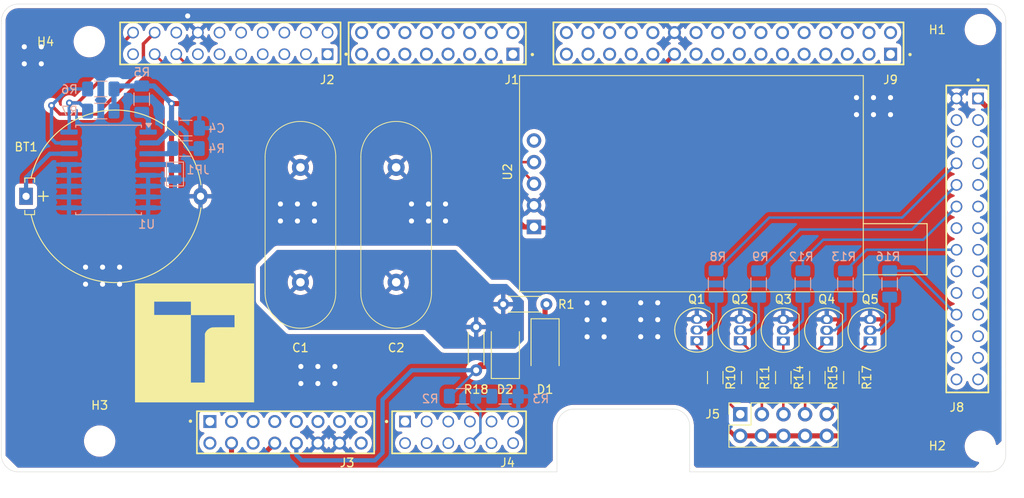
<source format=kicad_pcb>
(kicad_pcb (version 20240108) (generator "pcbnew") (generator_version "8.0")
  (layers (0 "F.Cu" signal) (31 "B.Cu" signal) (34 "B.Paste" user) (35 "F.Paste" user) (36 "B.SilkS" user "B.Silkscreen") (37 "F.SilkS" user "F.Silkscreen") (38 "B.Mask" user) (39 "F.Mask" user) (44 "Edge.Cuts" user))
  (net 0 "")
  (net 1 "GND")
  (net 2 "Net-(D2-A)")
  (net 3 "RESET_B")
  (net 4 "ADC0-A0")
  (net 5 "ADC0-A3")
  (net 6 "P0-23{slash}P1-22")
  (net 7 "P4-12{slash}P0-21")
  (net 8 "ADC0-B0")
  (net 9 "P4-20{slash}P0-5")
  (net 10 "P0-15{slash}P2-0")
  (net 11 "OP-1-INN{slash}P0-4")
  (net 12 "P4-16{slash}P0-18")
  (net 13 "P0-22")
  (net 14 "OP-2-INN{slash}P1_10")
  (net 15 "OP-0-I{slash}P0-20")
  (net 16 "P0-14")
  (net 17 "P4-14{slash}D6")
  (net 18 "P4-21{slash}D13")
  (net 19 "P4-23{slash}D15")
  (net 20 "P4-22{slash}D14")
  (net 21 "P4-5{slash}BLK")
  (net 22 "P4-12{slash}D4")
  (net 23 "P4-20{slash}D12")
  (net 24 "P4-13{slash}D5")
  (net 25 "P4-15{slash}D7")
  (net 26 "P4-19{slash}D11")
  (net 27 "P4-7{slash}RST")
  (net 28 "P2-10{slash}D2")
  (net 29 "P4-18{slash}D10")
  (net 30 "P2-9{slash}D1")
  (net 31 "P2-8{slash}D0")
  (net 32 "P4-17{slash}D9")
  (net 33 "P4-6{slash}INT")
  (net 34 "P4-0{slash}FC2-SDA")
  (net 35 "P2-11{slash}D3")
  (net 36 "P4-1{slash}FC2-SCL")
  (net 37 "P0-9{slash}WR")
  (net 38 "P4-16{slash}D8")
  (net 39 "P0-12{slash}CS")
  (net 40 "P0-8{slash}RD")
  (net 41 "P0-7{slash}DC")
  (net 42 "P0-13{slash}TE")
  (net 43 "ADC1-B0")
  (net 44 "P3-16")
  (net 45 "P5-4")
  (net 46 "VDDA")
  (net 47 "P3-19")
  (net 48 "P3-20")
  (net 49 "P4-13")
  (net 50 "P3-21")
  (net 51 "P3-18")
  (net 52 "P4-3")
  (net 53 "P3-17")
  (net 54 "P0-28")
  (net 55 "P1-2")
  (net 56 "P4-2")
  (net 57 "P1-21")
  (net 58 "P0-30")
  (net 59 "P1-23")
  (net 60 "P0-24")
  (net 61 "P4-0")
  (net 62 "P0-29")
  (net 63 "P0-10")
  (net 64 "P0-27")
  (net 65 "P0-19")
  (net 66 "P0-25")
  (net 67 "P0-26")
  (net 68 "P1-1")
  (net 69 "P4-1")
  (net 70 "P1_12")
  (net 71 "P0-3")
  (net 72 "P1-0")
  (net 73 "P5-3")
  (net 74 "P0-31")
  (net 75 "P1_11{slash}EZH_LCD_D7_CAMERA_D7")
  (net 76 "P3_3{slash}FC7_I2C_SCL")
  (net 77 "P0_5{slash}EZH_CAMERA_PCLK")
  (net 78 "P1_17{slash}EZH_LCD_D13")
  (net 79 "P1_4{slash}EZH_LCD_D0_CAMERA_D0")
  (net 80 "P2_0{slash}EZH_LCD_WR")
  (net 81 "P4_4{slash}EZH_LCD_CS")
  (net 82 "P1_7{slash}EZH_LCD_D3_CAMERA_D3")
  (net 83 "P1_6{slash}EZH_LCD_D2_CAMERA_D2")
  (net 84 "P5_8")
  (net 85 "P2_2{slash}CAMERA_CLKIN")
  (net 86 "P1_5{slash}EZH_LCD_D1_CAMERA_D1")
  (net 87 "P1_22{slash}EZH_LCD_DC")
  (net 88 "P1_15{slash}EZH_LCD_D11")
  (net 89 "P1_8{slash}FC4_P0_UART_RXD_MCULINK")
  (net 90 "P1_16{slash}EZH_LCD_D12")
  (net 91 "P1_23{slash}EZH_LCD_RD")
  (net 92 "P1_12{slash}EZH_LCD_D8")
  (net 93 "P1_14{slash}EZH_LCD_D10")
  (net 94 "P3_5{slash}EZH_LCD_D5_CAMERA_D5")
  (net 95 "P1_13{slash}EZH_LCD_D9")
  (net 96 "P5_9")
  (net 97 "P1_18{slash}EZH_LCD_D14_CAMERA_PDOWN")
  (net 98 "P1_9{slash}FC4_P1_UART_TXD_MCULINK")
  (net 99 "P3_4{slash}EZH_LCD_D4_CAMERA_D4")
  (net 100 "P1_10{slash}EZH_LCD_D6_CAMERA_D6")
  (net 101 "P0_4{slash}EZH_CAMERA_VSYNC")
  (net 102 "P0_11{slash}EZH_CAMERA_HSYNC")
  (net 103 "P1_19{slash}EZH_LCD_D15_CAMERA_RST")
  (net 104 "P3_2{slash}FC7_I2C_SDA")
  (net 105 "Net-(D1-K)")
  (net 106 "Net-(JP1-B)")
  (net 107 "Net-(U1-~{INT}{slash}SQW)")
  (net 108 "Net-(U1-32KHZ)")
  (net 110 "/control_diods/LED_Q1")
  (net 111 "/control_diods/LED_Q4")
  (net 112 "/control_diods/LED_Q2")
  (net 113 "/control_diods/LED_Q3")
  (net 114 "/control_diods/LED_Q5")
  (net 115 "Net-(Q1-B)")
  (net 116 "Net-(Q1-C)")
  (net 117 "Net-(Q2-B)")
  (net 118 "Net-(Q2-C)")
  (net 119 "Net-(Q3-B)")
  (net 120 "Net-(Q3-C)")
  (net 121 "Net-(Q4-C)")
  (net 122 "Net-(Q4-B)")
  (net 123 "Net-(Q5-B)")
  (net 124 "Net-(Q5-C)")
  (net 125 "+BATT")
  (net 126 "+3V3")
  (net 127 "+5V")
  (net 128 "P5-2")
  (net 129 "P2-6")
  (net 130 "5V-9V-IN")
  (net 131 "/GPS_module_external/GPS_PPS")
  (net 132 "P2-0")
  (net 133 "P1-22")
  (net 134 "P2-7")
  (net 135 "P2-4")
  (net 136 "P2-5")
  (net 137 "P2-2")
  (net 138 "P2-3")
  (footprint "SSQ-xxx-03-T-D:SAMTEC_SSQ-108-XX-X-D" (layer "F.Cu") (at 132.330542 68.928172)
    (property "Reference" "J1")
    (property "Value" "SSQ-108-03-T-D")
  )
  (footprint "Resistor_SMD:R_1206_3216Metric_Pad1.30x1.75mm_HandSolder" (layer "F.Cu") (at 169 108.2 -90)
    (property "Reference" "R11")
    (property "Value" "1k")
  )
  (footprint "SSQ-xxx-03-T-D:SAMTEC_SSQ-114-03-T-D" (layer "F.Cu") (at 194.623542 91.909172 90)
    (property "Reference" "J8")
    (property "Value" "SSQ-114-03-T-D")
  )
  (footprint "Resistor_THT:R_Axial_DIN0204_L3.6mm_D1.6mm_P5.08mm_Horizontal" (layer "F.Cu") (at 145.15616 99.5789 180)
    (property "Reference" "R1")
    (property "Value" "10R")
  )
  (footprint "Resistor_SMD:R_1206_3216Metric_Pad1.30x1.75mm_HandSolder" (layer "F.Cu") (at 165 108.2 -90)
    (property "Reference" "R10")
    (property "Value" "1k")
  )
  (footprint "SSQ-xxx-03-T-D:SAMTEC_SSQ-106-03-T-D" (layer "F.Cu") (at 134.895542 114.635172 180)
    (property "Reference" "J4")
    (property "Value" "SSQ-106-03-T-D")
  )
  (footprint "MountingHole:MountingHole_3.2mm_M3" (layer "F.Cu") (at 92.655542 115.663872)
    (property "Reference" "H3")
    (property "Value" "MountingHole")
  )
  (footprint "SuperCapacitors:C_Radial_D8mm_W24mm_L14mm_P13.5mm" (layer "F.Cu") (at 116.25 93.75 90)
    (property "Reference" "C1")
    (property "Value" "0.33F")
  )
  (footprint "Package_TO_SOT_THT:TO-92_Inline" (layer "F.Cu") (at 173 103.9 90)
    (property "Reference" "Q3")
    (property "Value" "BC546")
  )
  (footprint "Resistor_SMD:R_1206_3216Metric_Pad1.30x1.75mm_HandSolder" (layer "F.Cu") (at 181 108.2 -90)
    (property "Reference" "R17")
    (property "Value" "1k")
  )
  (footprint "Diode_SMD:D_SMA" (layer "F.Cu") (at 140.331 104.8 90)
    (property "Reference" "D2")
    (property "Value" "RSX301L")
  )
  (footprint "Package_TO_SOT_THT:TO-92_Inline" (layer "F.Cu") (at 178.1 103.91 90)
    (property "Reference" "Q4")
    (property "Value" "BC546")
  )
  (footprint "MountingHole:MountingHole_3.2mm_M3" (layer "F.Cu") (at 196.153963 116.273472)
    (property "Reference" "H2")
    (property "Value" "MountingHole")
  )
  (footprint "Package_TO_SOT_THT:TO-92_Inline" (layer "F.Cu") (at 162.84 103.88 90)
    (property "Reference" "Q1")
    (property "Value" "BC546")
  )
  (footprint "SSQ-xxx-03-T-D:SAMTEC_SSQ-108-XX-X-D" (layer "F.Cu") (at 114.499542 114.635172 180)
    (property "Reference" "J3")
    (property "Value" "SSQ-108-03-T-D")
  )
  (footprint "Resistor_SMD:R_1206_3216Metric_Pad1.30x1.75mm_HandSolder" (layer "F.Cu") (at 173 108.2 -90)
    (property "Reference" "R14")
    (property "Value" "1k")
  )
  (footprint "Package_TO_SOT_THT:TO-92_Inline" (layer "F.Cu") (at 183.2 103.9 90)
    (property "Reference" "Q5")
    (property "Value" "BC546")
  )
  (footprint "Diode_SMD:D_SMA" (layer "F.Cu") (at 145 104.8 -90)
    (property "Reference" "D1")
    (property "Value" "RSX301L")
  )
  (footprint "Package_TO_SOT_THT:TO-92_Inline" (layer "F.Cu") (at 167.94 103.88 90)
    (property "Reference" "Q2")
    (property "Value" "BC546")
  )
  (footprint "SSQ-xxx-03-T-D:SAMTEC_SSQ-116-XX-X-D" (layer "F.Cu") (at 166.556532 68.928172)
    (property "Reference" "J9")
    (property "Value" "SSQ-116-03-T-D")
  )
  (footprint "LOGO" (layer "F.Cu") (at 103.795842 104.125872)
    (property "Reference" "G***" (hide yes))
    (property "Value" "LOGO" (hide yes))
  )
  (footprint "MountingHole:MountingHole_3.2mm_M3" (layer "F.Cu") (at 91.436342 68.724672)
    (property "Reference" "H4")
    (property "Value" "MountingHole")
  )
  (footprint "Resistor_THT:R_Axial_DIN0204_L3.6mm_D1.6mm_P5.08mm_Horizontal" (layer "F.Cu") (at 136.9 107.34 90)
    (property "Reference" "R18")
    (property "Value" "10R")
  )
  (footprint "Neo7M_Module_Lib:Neo-7M-Module" (layer "F.Cu") (at 143.7 90.5 90)
    (property "Reference" "U2")
    (property "Value" "NEO-7M-MODULE")
  )
  (footprint "Connector_PinSocket_2.54mm:PinSocket_2x05_P2.54mm_Vertical" (layer "F.Cu") (at 167.94 112.51 90)
    (property "Reference" "J5")
    (property "Value" "Conn_02x05_Odd_Even")
  )
  (footprint "MountingHole:MountingHole_3.2mm_M3" (layer "F.Cu") (at 196.153963 67.302272)
    (property "Reference" "H1")
    (property "Value" "MountingHole")
  )
  (footprint "Battery:Battery_Panasonic_CR2032-HFN_Horizontal_CircularHoles" (layer "F.Cu") (at 84.005 86.899878)
    (property "Reference" "BT1")
    (property "Value" "RTC_Battery")
  )
  (footprint "SuperCapacitors:C_Radial_D8mm_W24mm_L14mm_P13.5mm" (layer "F.Cu") (at 127.5 93.75 90)
    (property "Reference" "C2")
    (property "Value" "0.33F")
  )
  (footprint "Resistor_SMD:R_1206_3216Metric_Pad1.30x1.75mm_HandSolder" (layer "F.Cu") (at 177 108.2 -90)
    (property "Reference" "R15")
    (property "Value" "1k")
  )
  (footprint "SSQ-xxx-03-T-D:SAMTEC_SSQ-110-03-T-D" (layer "F.Cu") (at 108.009542 68.928172)
    (property "Reference" "J2")
    (property "Value" "SSQ-110-03-T-D")
  )
  (footprint "Resistor_SMD:R_1206_3216Metric_Pad1.30x1.75mm_HandSolder" (layer "B.Cu") (at 102.8 81.281607 180)
    (property "Reference" "R4")
    (property "Value" "1k")
  )
  (footprint "Resistor_SMD:R_1206_3216Metric_Pad1.30x1.75mm_HandSolder" (layer "B.Cu") (at 97.6 75.481607 -90)
    (property "Reference" "R5")
    (property "Value" "1k")
  )
  (footprint "Resistor_SMD:R_1206_3216Metric_Pad1.30x1.75mm_HandSolder" (layer "B.Cu") (at 165.1 97.2 -90)
    (property "Reference" "R8")
    (property "Value" "1k")
  )
  (footprint "Package_SO:SOIC-16W_7.5x10.3mm_P1.27mm" (layer "B.Cu") (at 93.7 83.8 180)
    (property "Reference" "U1")
    (property "Value" "DS3231M")
  )
  (footprint "Resistor_SMD:R_1206_3216Metric_Pad1.30x1.75mm_HandSolder" (layer "B.Cu") (at 180.3 97.2 -90)
    (property "Reference" "R13")
    (property "Value" "1k")
  )
  (footprint "Resistor_SMD:R_1206_3216Metric_Pad1.30x1.75mm_HandSolder" (layer "B.Cu") (at 135.3 110.4)
    (property "Reference" "R2")
    (property "Value" "18k")
  )
  (footprint "Jumper:SolderJumper-2_P1.3mm_Open_Pad1.0x1.5mm" (layer "B.Cu") (at 101.5 84.281607 90)
    (property "Reference" "JP1")
    (property "Value" "SolderJumper_2_Open")
  )
  (footprint "Resistor_SMD:R_1206_3216Metric_Pad1.30x1.75mm_HandSolder" (layer "B.Cu") (at 175.3 97.2 -90)
    (property "Reference" "R12")
    (property "Value" "1k")
  )
  (footprint "Resistor_SMD:R_1206_3216Metric_Pad1.30x1.75mm_HandSolder" (layer "B.Cu") (at 170.1 97.2 -90)
    (property "Reference" "R9")
    (property "Value" "1k")
  )
  (footprint "Resistor_SMD:R_1206_3216Metric_Pad1.30x1.75mm_HandSolder" (layer "B.Cu") (at 140.3 110.4 180)
    (property "Reference" "R3")
    (property "Value" "33k")
  )
  (footprint "Resistor_SMD:R_1206_3216Metric_Pad1.30x1.75mm_HandSolder" (layer "B.Cu") (at 185.5 97.2 -90)
    (property "Reference" "R16")
    (property "Value" "1k")
  )
  (footprint "Resistor_SMD:R_1206_3216Metric_Pad1.30x1.75mm_HandSolder" (layer "B.Cu") (at 92.79 74.281607 180)
    (property "Reference" "R6")
    (property "Value" "1k")
  )
  (footprint "Capacitor_SMD:C_1206_3216Metric_Pad1.33x1.80mm_HandSolder" (layer "B.Cu") (at 102.8 78.881607)
    (property "Reference" "C4")
    (property "Value" "100n")
  )
  (footprint "Resistor_SMD:R_1206_3216Metric_Pad1.30x1.75mm_HandSolder" (layer "B.Cu") (at 92.79 76.881607 180)
    (property "Reference" "R7")
    (property "Value" "1k")
  )
  (gr_arc (start 159.999999 111.900001) (mid 161.414213 112.485787) (end 161.999999 113.900001) (stroke (width 0.05)) (layer "Edge.Cuts"))
  (gr_line (start 146.400001 113.900001) (end 146.4 119.285873) (stroke (width 0.05)) (layer "Edge.Cuts"))
  (gr_line (start 197.155842 64.3) (end 83.1 64.3) (stroke (width 0.05)) (layer "Edge.Cuts"))
  (gr_arc (start 146.400001 113.900001) (mid 146.985787 112.485787) (end 148.400001 111.900001) (stroke (width 0.05)) (layer "Edge.Cuts"))
  (gr_line (start 199.145842 117.285872) (end 199.155842 66.3) (stroke (width 0.05)) (layer "Edge.Cuts"))
  (gr_line (start 162 119.285872) (end 197.145842 119.285872) (stroke (width 0.05)) (layer "Edge.Cuts"))
  (gr_arc (start 83.100001 119.285872) (mid 81.685787 118.700086) (end 81.100001 117.285872) (stroke (width 0.05)) (layer "Edge.Cuts"))
  (gr_line (start 148.400001 111.900001) (end 159.999999 111.900001) (stroke (width 0.05)) (layer "Edge.Cuts"))
  (gr_arc (start 199.145842 117.285872) (mid 198.560056 118.700086) (end 197.145842 119.285872) (stroke (width 0.05)) (layer "Edge.Cuts"))
  (gr_arc (start 197.155842 64.3) (mid 198.570056 64.885786) (end 199.155842 66.3) (stroke (width 0.05)) (layer "Edge.Cuts"))
  (gr_line (start 161.999999 113.900001) (end 162 119.285872) (stroke (width 0.05)) (layer "Edge.Cuts"))
  (gr_line (start 81.1 66.3) (end 81.100001 117.285872) (stroke (width 0.05)) (layer "Edge.Cuts"))
  (gr_arc (start 81.1 66.3) (mid 81.685786 64.885786) (end 83.1 64.3) (stroke (width 0.05)) (layer "Edge.Cuts"))
  (gr_line (start 146.4 119.285873) (end 83.100001 119.285872) (stroke (width 0.05)) (layer "Edge.Cuts"))
  (via (at 83.795842 71.325872) (size 1) (drill 0.6) (layers "F.Cu" "B.Cu") (net 1))
  (via (at 92.995842 95.225872) (size 1) (drill 0.6) (layers "F.Cu" "B.Cu") (net 1))
  (via (at 158.24 101.4) (size 1) (drill 0.6) (layers "F.Cu" "B.Cu") (net 1))
  (via (at 129.3 87.8) (size 1) (drill 0.6) (layers "F.Cu" "B.Cu") (net 1))
  (via (at 185.6 77.3) (size 1) (drill 0.6) (layers "F.Cu" "B.Cu") (net 1))
  (via (at 131.3 87.8) (size 1) (drill 0.6) (layers "F.Cu" "B.Cu") (net 1))
  (via (at 115.9 87.8) (size 1) (drill 0.6) (layers "F.Cu" "B.Cu") (net 1))
  (via (at 183.6 77.3) (size 1) (drill 0.6) (layers "F.Cu" "B.Cu") (net 1))
  (via (at 116.3 106.9) (size 1) (drill 0.6) (layers "F.Cu" "B.Cu") (net 1))
  (via (at 85.795842 69.325872) (size 1) (drill 0.6) (layers "F.Cu" "B.Cu") (net 1))
  (via (at 151.94 99.42) (size 1) (drill 0.6) (layers "F.Cu" "B.Cu") (net 1))
  (via (at 113.9 87.8) (size 1) (drill 0.6) (layers "F.Cu" "B.Cu") (net 1))
  (via (at 90.995842 97.225872) (size 1) (drill 0.6) (layers "F.Cu" "B.Cu") (net 1))
  (via (at 117.9 87.8) (size 1) (drill 0.6) (layers "F.Cu" "B.Cu") (net 1))
  (via (at 118.3 108.9) (size 1) (drill 0.6) (layers "F.Cu" "B.Cu") (net 1))
  (via (at 181.6 75.3) (size 1) (drill 0.6) (layers "F.Cu" "B.Cu") (net 1))
  (via (at 117.9 89.8) (size 1) (drill 0.6) (layers "F.Cu" "B.Cu") (net 1))
  (via (at 90.995842 95.225872) (size 1) (drill 0.6) (layers "F.Cu" "B.Cu") (net 1))
  (via (at 149.94 101.41) (size 1) (drill 0.6) (layers "F.Cu" "B.Cu") (net 1))
  (via (at 183.6 75.3) (size 1) (drill 0.6) (layers "F.Cu" "B.Cu") (net 1))
  (via (at 185.6 75.3) (size 1) (drill 0.6) (layers "F.Cu" "B.Cu") (net 1))
  (via (at 151.94 101.41) (size 1) (drill 0.6) (layers "F.Cu" "B.Cu") (net 1))
  (via (at 149.94 103.41) (size 1) (drill 0.6) (layers "F.Cu" "B.Cu") (net 1))
  (via (at 94.995842 95.225872) (size 1) (drill 0.6) (layers "F.Cu" "B.Cu") (net 1))
  (via (at 156.24 101.4) (size 1) (drill 0.6) (layers "F.Cu" "B.Cu") (net 1))
  (via (at 181.6 77.3) (size 1) (drill 0.6) (layers "F.Cu" "B.Cu") (net 1))
  (via (at 83.795842 69.325872) (size 1) (drill 0.6) (layers "F.Cu" "B.Cu") (net 1))
  (via (at 116.3 108.9) (size 1) (drill 0.6) (layers "F.Cu" "B.Cu") (net 1))
  (via (at 156.24 99.41) (size 1) (drill 0.6) (layers "F.Cu" "B.Cu") (net 1))
  (via (at 158.24 103.4) (size 1) (drill 0.6) (layers "F.Cu" "B.Cu") (net 1))
  (via (at 118.3 106.9) (size 1) (drill 0.6) (layers "F.Cu" "B.Cu") (net 1))
  (via (at 149.94 99.42) (size 1) (drill 0.6) (layers "F.Cu" "B.Cu") (net 1))
  (via (at 151.94 103.41) (size 1) (drill 0.6) (layers "F.Cu" "B.Cu") (net 1))
  (via (at 120.3 108.9) (size 1) (drill 0.6) (layers "F.Cu" "B.Cu") (net 1))
  (via (at 103 65.7) (size 1) (drill 0.6) (layers "F.Cu" "B.Cu") (net 1))
  (via (at 113.9 89.8) (size 1) (drill 0.6) (layers "F.Cu" "B.Cu") (net 1))
  (via (at 158.24 99.41) (size 1) (drill 0.6) (layers "F.Cu" "B.Cu") (net 1))
  (via (at 131.3 89.8) (size 1) (drill 0.6) (layers "F.Cu" "B.Cu") (net 1))
  (via (at 133.3 87.8) (size 1) (drill 0.6) (layers "F.Cu" "B.Cu") (net 1))
  (via (at 120.3 106.9) (size 1) (drill 0.6) (layers "F.Cu" "B.Cu") (net 1))
  (via (at 129.3 89.8) (size 1) (drill 0.6) (layers "F.Cu" "B.Cu") (net 1))
  (via (at 92.995842 97.225872) (size 1) (drill 0.6) (layers "F.Cu" "B.Cu") (net 1))
  (via (at 94.995842 97.225872) (size 1) (drill 0.6) (layers "F.Cu" "B.Cu") (net 1))
  (via (at 85.795842 71.325872) (size 1) (drill 0.6) (layers "F.Cu" "B.Cu") (net 1))
  (via (at 133.3 89.8) (size 1) (drill 0.6) (layers "F.Cu" "B.Cu") (net 1))
  (via (at 156.24 103.4) (size 1) (drill 0.6) (layers "F.Cu" "B.Cu") (net 1))
  (via (at 115.9 89.8) (size 1) (drill 0.6) (layers "F.Cu" "B.Cu") (net 1))
  (segment (start 136.165542 115.905172) (end 137.4 114.670714) (width 0.3) (layer "B.Cu") (net 13))
  (segment (start 136.85 111.45) (end 136.85 110.4) (width 0.3) (layer "B.Cu") (net 13))
  (segment (start 137.4 114.670714) (end 137.4 112) (width 0.3) (layer "B.Cu") (net 13))
  (segment (start 136.85 110.4) (end 138.75 110.4) (width 0.3) (layer "B.Cu") (net 13))
  (segment (start 137.4 112) (end 136.85 111.45) (width 0.3) (layer "B.Cu") (net 13))
  (segment (start 188.20437 95.65) (end 193.353542 100.799172) (width 0.3) (layer "B.Cu") (net 32))
  (segment (start 185.5 95.65) (end 188.20437 95.65) (width 0.3) (layer "B.Cu") (net 32))
  (segment (start 182.770828 93.179172) (end 193.353542 93.179172) (width 0.3) (layer "B.Cu") (net 35))
  (segment (start 180.3 95.65) (end 182.770828 93.179172) (width 0.3) (layer "B.Cu") (net 35))
  (segment (start 170.1 95.65) (end 174.95 90.8) (width 0.3) (layer "B.Cu") (net 37))
  (segment (start 188.112714 90.8) (end 193.353542 85.559172) (width 0.3) (layer "B.Cu") (net 37))
  (segment (start 174.95 90.8) (end 188.112714 90.8) (width 0.3) (layer "B.Cu") (net 37))
  (segment (start 165.1 95.65) (end 171.35 89.4) (width 0.3) (layer "B.Cu") (net 41))
  (segment (start 171.35 89.4) (end 186.972714 89.4) (width 0.3) (layer "B.Cu") (net 41))
  (segment (start 186.972714 89.4) (end 193.353542 83.019172) (width 0.3) (layer "B.Cu") (net 41))
  (segment (start 175.3 94.4) (end 177.7 92) (width 0.3) (layer "B.Cu") (net 42))
  (segment (start 175.3 95.65) (end 175.3 94.4) (width 0.3) (layer "B.Cu") (net 42))
  (segment (start 189.452714 92) (end 193.353542 88.099172) (width 0.3) (layer "B.Cu") (net 42))
  (segment (start 177.7 92) (end 189.452714 92) (width 0.3) (layer "B.Cu") (net 42))
  (segment (start 87.995842 77.225872) (end 92.295842 77.225872) (width 0.4) (layer "F.Cu") (net 61))
  (segment (start 86.995842 76.225872) (end 87.995842 77.225872) (width 0.4) (layer "F.Cu") (net 61))
  (segment (start 97.795842 68.981872) (end 99.119542 67.658172) (width 0.4) (layer "F.Cu") (net 61))
  (segment (start 92.295842 77.225872) (end 97.795842 71.725872) (width 0.4) (layer "F.Cu") (net 61))
  (segment (start 97.795842 71.725872) (end 97.795842 68.981872) (width 0.4) (layer "F.Cu") (net 61))
  (via (at 86.995842 76.225872) (size 0.8) (drill 0.4) (layers "F.Cu" "B.Cu") (net 61))
  (segment (start 87 80.120759) (end 87.504241 80.625) (width 0.4) (layer "B.Cu") (net 61))
  (segment (start 86.995842 76.225872) (end 86.995842 78.577449) (width 0.4) (layer "B.Cu") (net 61))
  (segment (start 87 78.581607) (end 87 80.120759) (width 0.4) (layer "B.Cu") (net 61))
  (segment (start 86.995842 78.577449) (end 87 78.581607) (width 0.4) (layer "B.Cu") (net 61))
  (segment (start 87.504241 80.625) (end 89.08 80.625) (width 0.4) (layer "B.Cu") (net 61))
  (segment (start 88.940107 74.281607) (end 91.24 74.281607) (width 0.4) (layer "B.Cu") (net 61))
  (segment (start 86.995842 76.225872) (end 88.940107 74.281607) (width 0.4) (layer "B.Cu") (net 61))
  (segment (start 141.54 77.04) (end 136.9 72.4) (width 0.3) (layer "F.Cu") (net 68))
  (segment (start 103.86137 72.4) (end 101.659542 70.198172) (width 0.3) (layer "F.Cu") (net 68))
  (segment (start 143.7 82.88) (end 142.18 82.88) (width 0.3) (layer "F.Cu") (net 68))
  (segment (start 136.9 72.4) (end 103.86137 72.4) (width 0.3) (layer "F.Cu") (net 68))
  (segment (start 142.18 82.88) (end 141.54 82.24) (width 0.3) (layer "F.Cu") (net 68))
  (segment (start 141.54 82.24) (end 141.54 77.04) (width 0.3) (layer "F.Cu") (net 68))
  (segment (start 90.055735 75.925872) (end 95.195842 70.785765) (width 0.4) (layer "F.Cu") (net 69))
  (segment (start 89.095842 75.925872) (end 90.055735 75.925872) (width 0.4) (layer "F.Cu") (net 69))
  (segment (start 95.195842 70.785765) (end 95.195842 69.041872) (width 0.4) (layer "F.Cu") (net 69))
  (segment (start 95.195842 69.041872) (end 96.579542 67.658172) (width 0.4) (layer "F.Cu") (net 69))
  (via (at 89.095842 75.925872) (size 0.8) (drill 0.4) (layers "F.Cu" "B.Cu") (net 69))
  (segment (start 89.08 75.941714) (end 89.08 79.355) (width 0.4) (layer "B.Cu") (net 69))
  (segment (start 89.095842 75.925872) (end 90.284265 75.925872) (width 0.4) (layer "B.Cu") (net 69))
  (segment (start 89.095842 75.925872) (end 89.08 75.941714) (width 0.4) (layer "B.Cu") (net 69))
  (segment (start 90.284265 75.925872) (end 91.24 76.881607) (width 0.4) (layer "B.Cu") (net 69))
  (segment (start 101.92137 73) (end 136.6 73) (width 0.3) (layer "F.Cu") (net 72))
  (segment (start 143.7 85.3) (end 143.7 85.42) (width 0.3) (layer "F.Cu") (net 72))
  (segment (start 140.94 82.54) (end 143.7 85.3) (width 0.3) (layer "F.Cu") (net 72))
  (segment (start 136.6 73) (end 140.94 77.34) (width 0.3) (layer "F.Cu") (net 72))
  (segment (start 99.119542 70.198172) (end 101.92137 73) (width 0.3) (layer "F.Cu") (net 72))
  (segment (start 140.94 77.34) (end 140.94 82.54) (width 0.3) (layer "F.Cu") (net 72))
  (segment (start 145 102.8) (end 145 99.73506) (width 0.6) (layer "F.Cu") (net 105))
  (segment (start 145 99.73506) (end 145.15616 99.5789) (width 0.6) (layer "F.Cu") (net 105))
  (segment (start 145 99.73506) (end 145.15616 99.5789) (width 0.5) (layer "B.Cu") (net 105))
  (segment (start 101.033393 83.165) (end 101.5 83.631607) (width 0.6) (layer "B.Cu") (net 106))
  (segment (start 98.38 83.165) (end 101.033393 83.165) (width 0.6) (layer "B.Cu") (net 106))
  (segment (start 98.38 81.895) (end 100.636607 81.895) (width 0.6) (layer "B.Cu") (net 107))
  (segment (start 100.636607 81.895) (end 101.25 81.281607) (width 0.6) (layer "B.Cu") (net 107))
  (segment (start 98.38 77.811607) (end 98.38 79.355) (width 0.6) (layer "B.Cu") (net 108))
  (segment (start 97.6 77.031607) (end 98.38 77.811607) (width 0.6) (layer "B.Cu") (net 108))
  (segment (start 165.18 109.75) (end 167.94 112.51) (width 0.3) (layer "F.Cu") (net 110))
  (segment (start 165 109.75) (end 165.18 109.75) (width 0.3) (layer "F.Cu") (net 110))
  (segment (start 177 109.75) (end 175.56 111.19) (width 0.3) (layer "F.Cu") (net 111))
  (segment (start 175.56 111.19) (end 175.56 112.51) (width 0.3) (layer "F.Cu") (net 111))
  (segment (start 169 109.75) (end 170.48 111.23) (width 0.3) (layer "F.Cu") (net 112))
  (segment (start 170.48 111.23) (end 170.48 112.51) (width 0.3) (layer "F.Cu") (net 112))
  (segment (start 173 112.49) (end 173.02 112.51) (width 0.3) (layer "F.Cu") (net 113))
  (segment (start 173 109.75) (end 173 112.49) (width 0.3) (layer "F.Cu") (net 113))
  (segment (start 181 109.75) (end 180.86 109.75) (width 0.3) (layer "F.Cu") (net 114))
  (segment (start 180.86 109.75) (end 178.1 112.51) (width 0.3) (layer "F.Cu") (net 114))
  (segment (start 162.84 102.61) (end 164.09 102.61) (width 0.3) (layer "B.Cu") (net 115))
  (segment (start 165.1 101.6) (end 165.1 98.75) (width 0.3) (layer "B.Cu") (net 115))
  (segment (start 164.09 102.61) (end 165.1 101.6) (width 0.3) (layer "B.Cu") (net 115))
  (segment (start 165 106.65) (end 162.84 104.49) (width 0.3) (layer "F.Cu") (net 116))
  (segment (start 162.84 104.49) (end 162.84 103.88) (width 0.3) (layer "F.Cu") (net 116))
  (segment (start 167.94 102.61) (end 169.09 102.61) (width 0.3) (layer "B.Cu") (net 117))
  (segment (start 170.1 101.6) (end 170.1 98.75) (width 0.3) (layer "B.Cu") (net 117))
  (segment (start 169.09 102.61) (end 170.1 101.6) (width 0.3) (layer "B.Cu") (net 117))
  (segment (start 169 104.94) (end 167.94 103.88) (width 0.3) (layer "F.Cu") (net 118))
  (segment (start 169 106.65) (end 169 104.94) (width 0.3) (layer "F.Cu") (net 118))
  (segment (start 173 102.63) (end 174.1475 102.63) (width 0.3) (layer "B.Cu") (net 119))
  (segment (start 174.1475 102.63) (end 175.3 101.4775) (width 0.3) (layer "B.Cu") (net 119))
  (segment (start 175.3 101.4775) (end 175.3 98.75) (width 0.3) (layer "B.Cu") (net 119))
  (segment (start 173 106.65) (end 173 103.9) (width 0.3) (layer "F.Cu") (net 120))
  (segment (start 177 106.65) (end 177 105.01) (width 0.3) (layer "F.Cu") (net 121))
  (segment (start 177 105.01) (end 178.1 103.91) (width 0.3) (layer "F.Cu") (net 121))
  (segment (start 178.1 102.64) (end 179.06 102.64) (width 0.3) (layer "B.Cu") (net 122))
  (segment (start 179.06 102.64) (end 180.3 101.4) (width 0.3) (layer "B.Cu") (net 122))
  (segment (start 180.3 101.4) (end 180.3 98.75) (width 0.3) (layer "B.Cu") (net 122))
  (segment (start 184.2475 102.63) (end 185.5 101.3775) (width 0.3) (layer "B.Cu") (net 123))
  (segment (start 183.2 102.63) (end 184.2475 102.63) (width 0.3) (layer "B.Cu") (net 123))
  (segment (start 185.5 101.3775) (end 185.5 98.75) (width 0.3) (layer "B.Cu") (net 123))
  (segment (start 181 106.65) (end 181 106.1) (width 0.3) (layer "F.Cu") (net 124))
  (segment (start 181 106.1) (end 183.2 103.9) (width 0.3) (layer "F.Cu") (net 124))
  (segment (start 84.005 84.695) (end 86.805 81.895) (width 0.5) (layer "B.Cu") (net 125))
  (segment (start 84.005 86.899878) (end 84.005 84.695) (width 0.5) (layer "B.Cu") (net 125))
  (segment (start 86.805 81.895) (end 89.08 81.895) (width 0.5) (layer "B.Cu") (net 125))
  (segment (start 137.4 78.9) (end 137.4 85.37) (width 0.6) (layer "F.Cu") (net 126))
  (segment (start 101.1 76) (end 134.5 76) (width 0.6) (layer "F.Cu") (net 126))
  (segment (start 156.44 108.51) (end 160.74 108.51) (width 0.5) (layer "F.Cu") (net 126))
  (segment (start 134.5 76) (end 137.4 78.9) (width 0.6) (layer "F.Cu") (net 126))
  (segment (start 150.9 73.9) (end 156.504704 73.9) (width 0.5) (layer "F.Cu") (net 126))
  (segment (start 149.4 75.4) (end 150.9 73.9) (width 0.5) (layer "F.Cu") (net 126))
  (segment (start 195.695842 111.225872) (end 190.295842 111.225872) (width 0.6) (layer "F.Cu") (net 126))
  (segment (start 154.34 98.04) (end 154.34 106.41) (width 0.5) (layer "F.Cu") (net 126))
  (segment (start 173.02 115.05) (end 170.48 115.05) (width 0.6) (layer "F.Cu") (net 126))
  (segment (start 146.9 90.6) (end 149.4 88.1) (width 0.5) (layer "F.Cu") (net 126))
  (segment (start 108.14 117.625872) (end 108.149542 117.61633) (width 0.6) (layer "F.Cu") (net 126))
  (segment (start 149.4 88.1) (end 149.4 75.4) (width 0.5) (layer "F.Cu") (net 126))
  (segment (start 102.925872 117.625872) (end 108.14 117.625872) (width 0.6) (layer "F.Cu") (net 126))
  (segment (start 143.8 90.6) (end 146.9 90.6) (width 0.5) (layer "F.Cu") (net 126))
  (segment (start 170.48 115.05) (end 167.94 115.05) (width 0.6) (layer "F.Cu") (net 126))
  (segment (start 175.56 115.05) (end 173.02 115.05) (width 0.6) (layer "F.Cu") (net 126))
  (segment (start 156.504704 73.9) (end 160.206532 70.198172) (width 0.5) (layer "F.Cu") (net 126))
  (segment (start 111.508842 117.625872) (end 113.229542 115.905172) (width 0.6) (layer "F.Cu") (net 126))
  (segment (start 190.295842 111.225872) (end 186.471714 115.05) (width 0.6) (layer "F.Cu") (net 126))
  (segment (start 108.14 117.625872) (end 111.508842 117.625872) (width 0.6) (layer "F.Cu") (net 126))
  (segment (start 195.893542 75.399172) (end 197.9 77.40563) (width 0.6) (layer "F.Cu") (net 126))
  (segment (start 142.53 90.5) (end 143.7 90.5) (width 0.6) (layer "F.Cu") (net 126))
  (segment (start 197.9 109.021714) (end 195.695842 111.225872) (width 0.6) (layer "F.Cu") (net 126))
  (segment (start 167.28 115.05) (end 167.94 115.05) (width 0.5) (layer "F.Cu") (net 126))
  (segment (start 101.1 115.8) (end 102.925872 117.625872) (width 0.6) (layer "F.Cu") (net 126))
  (segment (start 178.1 115.05) (end 175.56 115.05) (width 0.6) (layer "F.Cu") (net 126))
  (segment (start 154.34 106.41) (end 156.44 108.51) (width 0.5) (layer "F.Cu") (net 126))
  (segment (start 143.7 90.5) (end 143.8 90.6) (width 0.5) (layer "F.Cu") (net 126))
  (segment (start 137.4 85.37) (end 142.53 90.5) (width 0.6) (layer "F.Cu") (net 126))
  (segment (start 197.9 77.40563) (end 197.9 109.021714) (width 0.6) (layer "F.Cu") (net 126))
  (segment (start 146.9 90.6) (end 154.34 98.04) (width 0.5) (layer "F.Cu") (net 126))
  (segment (start 101.1 76) (end 101.1 115.8) (width 0.6) (layer "F.Cu") (net 126))
  (segment (start 160.74 108.51) (end 167.28 115.05) (width 0.5) (layer "F.Cu") (net 126))
  (segment (start 108.149542 117.61633) (end 108.149542 115.905172) (width 0.6) (layer "F.Cu") (net 126))
  (segment (start 186.471714 115.05) (end 178.1 115.05) (width 0.6) (layer "F.Cu") (net 126))
  (via (at 101.1 76) (size 0.8) (drill 0.4) (layers "F.Cu" "B.Cu") (net 126))
  (segment (start 99.494107 80.625) (end 101.2375 78.881607) (width 0.6) (layer "B.Cu") (net 126))
  (segment (start 103.1 81.281607) (end 104.35 81.281607) (width 0.6) (layer "B.Cu") (net 126))
  (segment (start 97.6 73.931607) (end 94.69 73.931607) (width 0.6) (layer "B.Cu") (net 126))
  (segment (start 94.69 73.931607) (end 94.34 74.281607) (width 0.6) (layer "B.Cu") (net 126))
  (segment (start 101.097439 76.002561) (end 101.097439 78.741546) (width 0.6) (layer "B.Cu") (net 126))
  (segment (start 102.8 80.981607) (end 103.1 81.281607) (width 0.6) (layer "B.Cu") (net 126))
  (segment (start 94.34 74.281607) (end 94.34 76.881607) (width 0.6) (layer "B.Cu") (net 126))
  (segment (start 98.38 80.625) (end 99.494107 80.625) (width 0.6) (layer "B.Cu") (net 126))
  (segment (start 102.8 79.481607) (end 102.8 80.981607) (width 0.6) (layer "B.Cu") (net 126))
  (segment (start 101.2375 78.881607) (end 102.2 78.881607) (width 0.6) (layer "B.Cu") (net 126))
  (segment (start 101.097439 78.741546) (end 101.2375 78.881607) (width 0.6) (layer "B.Cu") (net 126))
  (segment (start 102.2 78.881607) (end 102.8 79.481607) (width 0.6) (layer "B.Cu") (net 126))
  (segment (start 99.031607 73.931607) (end 97.6 73.931607) (width 0.6) (layer "B.Cu") (net 126))
  (segment (start 101.1 76) (end 101.097439 76.002561) (width 0.6) (layer "B.Cu") (net 126))
  (segment (start 101.1 76) (end 99.031607 73.931607) (width 0.6) (layer "B.Cu") (net 126))
  (segment (start 140.331 106.8) (end 137.44 106.8) (width 0.8) (layer "F.Cu") (net 127))
  (segment (start 145 106.8) (end 140.331 106.8) (width 0.8) (layer "F.Cu") (net 127))
  (segment (start 137.44 106.8) (end 136.9 107.34) (width 0.8) (layer "F.Cu") (net 127))
  (segment (start 116.395842 117.925872) (end 115.769542 117.299572) (width 0.5) (layer "B.Cu") (net 127))
  (segment (start 115.769542 117.299572) (end 115.769542 115.905172) (width 0.5) (layer "B.Cu") (net 127))
  (segment (start 129.36 107.34) (end 125.9 110.8) (width 0.5) (layer "B.Cu") (net 127))
  (segment (start 125.9 117.021714) (end 124.995842 117.925872) (width 0.5) (layer "B.Cu") (net 127))
  (segment (start 133.75 110.4) (end 133.84 110.4) (width 0.3) (layer "B.Cu") (net 127))
  (segment (start 133.84 110.4) (end 136.9 107.34) (width 0.3) (layer "B.Cu") (net 127))
  (segment (start 124.995842 117.925872) (end 116.395842 117.925872) (width 0.5) (layer "B.Cu") (net 127))
  (segment (start 125.9 110.8) (end 125.9 117.021714) (width 0.5) (layer "B.Cu") (net 127))
  (segment (start 136.9 107.34) (end 129.36 107.34) (width 0.5) (layer "B.Cu") (net 127))
  (zone (net 0) (net_name "") (layers "F&B.Cu") (connect_pads (clearance 0)) (min_thickness 0.25)
    (keepout (tracks not_allowed) (vias not_allowed) (pads not_allowed) (copperpour not_allowed) (footprints allowed))
    (fill (thermal_gap 0.5) (thermal_bridge_width 0.5))
    (polygon (pts (xy 197.068541 64.288187) (xy 197.068526 64.288172) (xy 197.068541 64.288157) (xy 197.329596 64.305266) (xy 197.586184 64.356304) (xy 197.833916 64.440396) (xy 198.068552 64.556105) (xy 198.286077 64.70145) (xy 198.482769 64.873945) (xy 198.655264 65.070638) (xy 198.800609 65.288163) (xy 198.916318 65.522799) (xy 199.000411 65.770531) (xy 199.051448 66.027119) (xy 199.068557 66.288174) (xy 199.068542 66.288189) (xy 199.068527 66.288174) (xy 199.068527 66.157088) (xy 199.034308 65.897158) (xy 198.966454 65.643919) (xy 198.866126 65.401703) (xy 198.73504 65.174654) (xy 198.57544 64.966659) (xy 198.390056 64.781275) (xy 198.182061 64.621674) (xy 197.955012 64.490589) (xy 197.712796 64.39026) (xy 197.459557 64.322406) (xy 197.199627 64.288187)))
  )
  (zone (net 1) (net_name "GND") (layers "F&B.Cu") (name "GND_PLANE_0") (connect_pads (clearance 0.5)) (min_thickness 0.25) (fill yes (thermal_gap 0.5) (thermal_bridge_width 0.5))
    (polygon (pts (xy 196.724 64.608) (xy 198.883 66.767) (xy 198.883 115.408) (xy 195.2 119.091) (xy 163.069 119.091) (xy 162.307 118.329) (xy 162.307 113.122) (xy 160.91 111.725) (xy 147.575 111.725) (xy 146.178 113.122) (xy 146.178 117.694) (xy 144.908 118.964) (xy 83.186 118.964) (xy 81.408 117.186) (xy 81.408 65.878) (xy 82.678 64.608)))
  )
  (zone (net 0) (net_name "") (layers "F&B.Cu") (connect_pads (clearance 0)) (min_thickness 0.25)
    (keepout (tracks not_allowed) (vias not_allowed) (pads not_allowed) (copperpour not_allowed) (footprints allowed))
    (fill (thermal_gap 0.5) (thermal_bridge_width 0.5))
    (polygon (pts (xy 197.104322 119.166316) (xy 197.164522 119.205005) (xy 197.194249 119.270098) (xy 197.184065 119.34093) (xy 197.137203 119.395011) (xy 197.068542 119.415172) (xy 161.868542 119.415172) (xy 161.832762 119.410028) (xy 161.772562 119.371339) (xy 161.742835 119.306246) (xy 161.753019 119.235414) (xy 161.799881 119.181333) (xy 161.868542 119.161172) (xy 197.068542 119.161172)))
  )
  (zone (net 0) (net_name "") (layers "F&B.Cu") (connect_pads (clearance 0)) (min_thickness 0.25)
    (keepout (tracks not_allowed) (vias not_allowed) (pads not_allowed) (copperpour not_allowed) (footprints allowed))
    (fill (thermal_gap 0.5) (thermal_bridge_width 0.5))
    (polygon (pts (xy 159.868541 111.988187) (xy 159.868526 111.988172) (xy 159.868541 111.988157) (xy 160.129596 112.005266) (xy 160.386184 112.056304) (xy 160.633916 112.140396) (xy 160.868552 112.256105) (xy 161.086077 112.40145) (xy 161.282769 112.573945) (xy 161.455264 112.770638) (xy 161.600609 112.988163) (xy 161.716318 113.222799) (xy 161.800411 113.470531) (xy 161.851448 113.727119) (xy 161.868557 113.988174) (xy 161.868542 113.988189) (xy 161.868527 113.988174) (xy 161.868527 113.857088) (xy 161.834308 113.597158) (xy 161.766454 113.343919) (xy 161.666126 113.101703) (xy 161.53504 112.874654) (xy 161.37544 112.666659) (xy 161.190056 112.481275) (xy 160.982061 112.321674) (xy 160.755012 112.190589) (xy 160.512796 112.09026) (xy 160.259557 112.022406) (xy 159.999627 111.988187)))
  )
  (zone (net 0) (net_name "") (layers "F&B.Cu") (connect_pads (clearance 0)) (min_thickness 0.25)
    (keepout (tracks not_allowed) (vias not_allowed) (pads not_allowed) (copperpour not_allowed) (footprints allowed))
    (fill (thermal_gap 0.5) (thermal_bridge_width 0.5))
    (polygon (pts (xy 197.068553 119.288161) (xy 197.068557 119.288172) (xy 197.068553 119.288183) (xy 197.068542 119.288187) (xy 161.868542 119.288187) (xy 161.868531 119.288183) (xy 161.868527 119.288172) (xy 161.868531 119.288161) (xy 161.868542 119.288157) (xy 197.068542 119.288157)))
  )
  (zone (net 0) (net_name "") (layers "F&B.Cu") (connect_pads (clearance 0)) (min_thickness 0.25)
    (keepout (tracks not_allowed) (vias not_allowed) (pads not_allowed) (copperpour not_allowed) (footprints allowed))
    (fill (thermal_gap 0.5) (thermal_bridge_width 0.5))
    (polygon (pts (xy 199.068527 117.288171) (xy 199.068542 117.288156) (xy 199.068557 117.288171) (xy 199.051445 117.549224) (xy 199.000406 117.805811) (xy 198.916312 118.05354) (xy 198.800602 118.288173) (xy 198.655256 118.505696) (xy 198.482762 118.702387) (xy 198.286069 118.874879) (xy 198.068545 119.020223) (xy 197.83391 119.13593) (xy 197.58618 119.220021) (xy 197.329593 119.271058) (xy 197.06854 119.288167) (xy 197.06854 119.288187) (xy 197.068525 119.288172) (xy 197.06854 119.288157) (xy 197.06854 119.288137) (xy 197.199625 119.288137) (xy 197.459553 119.253919) (xy 197.712791 119.186066) (xy 197.955006 119.085738) (xy 198.182053 118.954654) (xy 198.390048 118.795056) (xy 198.575432 118.609674) (xy 198.735033 118.401681) (xy 198.866119 118.174635) (xy 198.966449 117.932421) (xy 199.034305 117.679184) (xy 199.068526 117.419256)))
  )
  (zone (net 0) (net_name "") (layers "F&B.Cu") (connect_pads (clearance 0)) (min_thickness 0.25)
    (keepout (tracks not_allowed) (vias not_allowed) (pads not_allowed) (copperpour not_allowed) (footprints allowed))
    (fill (thermal_gap 0.5) (thermal_bridge_width 0.5))
    (polygon (pts (xy 146.468531 113.988161) (xy 146.468542 113.988157) (xy 146.468553 113.988161) (xy 146.468557 113.988172) (xy 146.468557 119.288172) (xy 146.468553 119.288183) (xy 146.468542 119.288187) (xy 146.468531 119.288183) (xy 146.468527 119.288172) (xy 146.468527 113.988172)))
  )
  (zone (net 0) (net_name "") (layers "F&B.Cu") (connect_pads (clearance 0)) (min_thickness 0.25)
    (keepout (tracks not_allowed) (vias not_allowed) (pads not_allowed) (copperpour not_allowed) (footprints allowed))
    (fill (thermal_gap 0.5) (thermal_bridge_width 0.5))
    (polygon (pts (xy 81.068557 66.288173) (xy 81.068542 66.288188) (xy 81.068527 66.288173) (xy 81.085636 66.027117) (xy 81.136673 65.770528) (xy 81.220766 65.522795) (xy 81.336475 65.288158) (xy 81.48182 65.070632) (xy 81.654314 64.873937) (xy 81.851007 64.701441) (xy 82.068532 64.556094) (xy 82.303167 64.440383) (xy 82.550899 64.356288) (xy 82.807488 64.305249) (xy 83.068544 64.288137) (xy 83.068544 64.288157) (xy 83.068559 64.288172) (xy 83.068544 64.288187) (xy 83.068544 64.288167) (xy 82.937457 64.288168) (xy 82.677527 64.322389) (xy 82.424287 64.390246) (xy 82.182071 64.490576) (xy 81.955023 64.621664) (xy 81.747027 64.781266) (xy 81.561644 64.966652) (xy 81.402044 65.174649) (xy 81.270958 65.401698) (xy 81.17063 65.643915) (xy 81.102776 65.897156) (xy 81.068557 66.157086)))
  )
  (zone (net 0) (net_name "") (layers "F&B.Cu") (connect_pads (clearance 0)) (min_thickness 0.25)
    (keepout (tracks not_allowed) (vias not_allowed) (pads not_allowed) (copperpour not_allowed) (footprints allowed))
    (fill (thermal_gap 0.5) (thermal_bridge_width 0.5))
    (polygon (pts (xy 146.468557 113.988173) (xy 146.468542 113.988188) (xy 146.468527 113.988173) (xy 146.485636 113.727117) (xy 146.536673 113.470528) (xy 146.620766 113.222795) (xy 146.736475 112.988158) (xy 146.88182 112.770632) (xy 147.054314 112.573937) (xy 147.251007 112.401441) (xy 147.468532 112.256094) (xy 147.703167 112.140383) (xy 147.950899 112.056288) (xy 148.207488 112.005249) (xy 148.468544 111.988137) (xy 148.468544 111.988157) (xy 148.468559 111.988172) (xy 148.468544 111.988187) (xy 148.468544 111.988167) (xy 148.337457 111.988168) (xy 148.077527 112.022389) (xy 147.824287 112.090246) (xy 147.582071 112.190576) (xy 147.355023 112.321664) (xy 147.147027 112.481266) (xy 146.961644 112.666652) (xy 146.802044 112.874649) (xy 146.670958 113.101698) (xy 146.57063 113.343915) (xy 146.502776 113.597156) (xy 146.468557 113.857086)))
  )
  (zone (net 0) (net_name "") (layers "F&B.Cu") (connect_pads (clearance 0)) (min_thickness 0.25)
    (keepout (tracks not_allowed) (vias not_allowed) (pads not_allowed) (copperpour not_allowed) (footprints allowed))
    (fill (thermal_gap 0.5) (thermal_bridge_width 0.5))
    (polygon (pts (xy 146.595542 113.988172) (xy 146.582965 114.043276) (xy 146.547726 114.087465) (xy 146.496803 114.111989) (xy 146.440283 114.111989) (xy 146.389359 114.087466) (xy 146.354119 114.043277) (xy 146.341542 113.988174) (xy 146.359737 113.710543) (xy 146.414015 113.437662) (xy 146.503447 113.174201) (xy 146.626502 112.924666) (xy 146.781075 112.693329) (xy 146.964522 112.484146) (xy 147.173703 112.300698) (xy 147.405039 112.146122) (xy 147.654572 112.023065) (xy 147.918033 111.93363) (xy 148.190913 111.87935) (xy 148.468543 111.861152) (xy 148.468543 111.861172) (xy 148.523647 111.873749) (xy 148.567836 111.908988) (xy 148.59236 111.959911) (xy 148.59236 112.016432) (xy 148.567837 112.067355) (xy 148.523648 112.102595) (xy 148.468545 112.115172) (xy 148.468545 112.115152) (xy 148.345781 112.115152) (xy 148.102354 112.147201) (xy 147.865193 112.210749) (xy 147.638356 112.30471) (xy 147.425723 112.427474) (xy 147.230934 112.576943) (xy 147.057321 112.750558) (xy 146.907854 112.945348) (xy 146.785092 113.157982) (xy 146.691134 113.38482) (xy 146.627588 113.621982) (xy 146.595541 113.865409)))
  )
  (zone (net 0) (net_name "") (layers "F&B.Cu") (connect_pads (clearance 0)) (min_thickness 0.25)
    (keepout (tracks not_allowed) (vias not_allowed) (pads not_allowed) (copperpour not_allowed) (footprints allowed))
    (fill (thermal_gap 0.5) (thermal_bridge_width 0.5))
    (polygon (pts (xy 197.068542 64.415172) (xy 197.013438 64.402595) (xy 196.969249 64.367356) (xy 196.944725 64.316433) (xy 196.944725 64.259913) (xy 196.969248 64.208989) (xy 197.013437 64.173749) (xy 197.06854 64.161172) (xy 197.34617 64.179367) (xy 197.61905 64.233645) (xy 197.882511 64.323077) (xy 198.132044 64.446133) (xy 198.36338 64.600706) (xy 198.572561 64.784153) (xy 198.756008 64.993335) (xy 198.910582 65.224671) (xy 199.033637 65.474204) (xy 199.123069 65.737665) (xy 199.177347 66.010545) (xy 199.195542 66.288175) (xy 199.182965 66.343278) (xy 199.147725 66.387467) (xy 199.096801 66.41199) (xy 199.040281 66.41199) (xy 198.989358 66.387466) (xy 198.954119 66.343277) (xy 198.941542 66.288173) (xy 198.941543 66.16541) (xy 198.909496 65.921984) (xy 198.845951 65.684824) (xy 198.751992 65.457987) (xy 198.62923 65.245354) (xy 198.479763 65.050565) (xy 198.30615 64.876952) (xy 198.11136 64.727485) (xy 197.898728 64.604722) (xy 197.671891 64.510764) (xy 197.434731 64.447218) (xy 197.191305 64.415171)))
  )
  (zone (net 0) (net_name "") (layers "F&B.Cu") (connect_pads (clearance 0)) (min_thickness 0.25)
    (keepout (tracks not_allowed) (vias not_allowed) (pads not_allowed) (copperpour not_allowed) (footprints allowed))
    (fill (thermal_gap 0.5) (thermal_bridge_width 0.5))
    (polygon (pts (xy 159.868542 112.115172) (xy 159.813438 112.102595) (xy 159.769249 112.067356) (xy 159.744725 112.016433) (xy 159.744725 111.959913) (xy 159.769248 111.908989) (xy 159.813437 111.873749) (xy 159.86854 111.861172) (xy 160.14617 111.879367) (xy 160.41905 111.933645) (xy 160.682511 112.023077) (xy 160.932044 112.146133) (xy 161.16338 112.300706) (xy 161.372561 112.484153) (xy 161.556008 112.693335) (xy 161.710582 112.924671) (xy 161.833637 113.174204) (xy 161.923069 113.437665) (xy 161.977347 113.710545) (xy 161.995542 113.988175) (xy 161.982965 114.043278) (xy 161.947725 114.087467) (xy 161.896801 114.11199) (xy 161.840281 114.11199) (xy 161.789358 114.087466) (xy 161.754119 114.043277) (xy 161.741542 113.988173) (xy 161.741543 113.86541) (xy 161.709496 113.621984) (xy 161.645951 113.384824) (xy 161.551992 113.157987) (xy 161.42923 112.945354) (xy 161.279763 112.750565) (xy 161.10615 112.576952) (xy 160.91136 112.427485) (xy 160.698728 112.304722) (xy 160.471891 112.210764) (xy 160.234731 112.147218) (xy 159.991305 112.115171)))
  )
  (zone (net 0) (net_name "") (layers "F&B.Cu") (connect_pads (clearance 0)) (min_thickness 0.25)
    (keepout (tracks not_allowed) (vias not_allowed) (pads not_allowed) (copperpour not_allowed) (footprints allowed))
    (fill (thermal_gap 0.5) (thermal_bridge_width 0.5))
    (polygon (pts (xy 80.946686 66.252392) (xy 80.985375 66.192192) (xy 81.050468 66.162465) (xy 81.1213 66.172649) (xy 81.175381 66.219511) (xy 81.195542 66.288172) (xy 81.195542 117.288172) (xy 81.190398 117.323952) (xy 81.151709 117.384152) (xy 81.086616 117.413879) (xy 81.015784 117.403695) (xy 80.961703 117.356833) (xy 80.941542 117.288172) (xy 80.941542 66.288172)))
  )
  (zone (net 0) (net_name "") (layers "F&B.Cu") (connect_pads (clearance 0)) (min_thickness 0.25)
    (keepout (tracks not_allowed) (vias not_allowed) (pads not_allowed) (copperpour not_allowed) (footprints allowed))
    (fill (thermal_gap 0.5) (thermal_bridge_width 0.5))
    (polygon (pts (xy 197.104322 64.166316) (xy 197.164522 64.205005) (xy 197.194249 64.270098) (xy 197.184065 64.34093) (xy 197.137203 64.395011) (xy 197.068542 64.415172) (xy 83.068542 64.415172) (xy 83.032762 64.410028) (xy 82.972562 64.371339) (xy 82.942835 64.306246) (xy 82.953019 64.235414) (xy 82.999881 64.181333) (xy 83.068542 64.161172) (xy 197.068542 64.161172)))
  )
  (zone (net 0) (net_name "") (layers "F&B.Cu") (connect_pads (clearance 0)) (min_thickness 0.25)
    (keepout (tracks not_allowed) (vias not_allowed) (pads not_allowed) (copperpour not_allowed) (footprints allowed))
    (fill (thermal_gap 0.5) (thermal_bridge_width 0.5))
    (polygon (pts (xy 197.068553 64.288161) (xy 197.068557 64.288172) (xy 197.068553 64.288183) (xy 197.068542 64.288187) (xy 83.068542 64.288187) (xy 83.068531 64.288183) (xy 83.068527 64.288172) (xy 83.068531 64.288161) (xy 83.068542 64.288157) (xy 197.068542 64.288157)))
  )
  (zone (net 0) (net_name "") (layers "F&B.Cu") (connect_pads (clearance 0)) (min_thickness 0.25)
    (keepout (tracks not_allowed) (vias not_allowed) (pads not_allowed) (copperpour not_allowed) (footprints allowed))
    (fill (thermal_gap 0.5) (thermal_bridge_width 0.5))
    (polygon (pts (xy 81.068531 66.288161) (xy 81.068542 66.288157) (xy 81.068553 66.288161) (xy 81.068557 66.288172) (xy 81.068557 117.288172) (xy 81.068553 117.288183) (xy 81.068542 117.288187) (xy 81.068531 117.288183) (xy 81.068527 117.288172) (xy 81.068527 66.288172)))
  )
  (zone (net 0) (net_name "") (layers "F&B.Cu") (connect_pads (clearance 0)) (min_thickness 0.25)
    (keepout (tracks not_allowed) (vias not_allowed) (pads not_allowed) (copperpour not_allowed) (footprints allowed))
    (fill (thermal_gap 0.5) (thermal_bridge_width 0.5))
    (polygon (pts (xy 146.504322 119.166316) (xy 146.564522 119.205005) (xy 146.594249 119.270098) (xy 146.584065 119.34093) (xy 146.537203 119.395011) (xy 146.468542 119.415172) (xy 83.068542 119.415172) (xy 83.032762 119.410028) (xy 82.972562 119.371339) (xy 82.942835 119.306246) (xy 82.953019 119.235414) (xy 82.999881 119.181333) (xy 83.068542 119.161172) (xy 146.468542 119.161172)))
  )
  (zone (net 0) (net_name "") (layers "F&B.Cu") (connect_pads (clearance 0)) (min_thickness 0.25)
    (keepout (tracks not_allowed) (vias not_allowed) (pads not_allowed) (copperpour not_allowed) (footprints allowed))
    (fill (thermal_gap 0.5) (thermal_bridge_width 0.5))
    (polygon (pts (xy 81.195542 66.288172) (xy 81.182965 66.343276) (xy 81.147726 66.387465) (xy 81.096803 66.411989) (xy 81.040283 66.411989) (xy 80.989359 66.387466) (xy 80.954119 66.343277) (xy 80.941542 66.288174) (xy 80.959737 66.010543) (xy 81.014015 65.737662) (xy 81.103447 65.474201) (xy 81.226502 65.224666) (xy 81.381075 64.993329) (xy 81.564522 64.784146) (xy 81.773703 64.600698) (xy 82.005039 64.446122) (xy 82.254572 64.323065) (xy 82.518033 64.23363) (xy 82.790913 64.17935) (xy 83.068543 64.161152) (xy 83.068543 64.161172) (xy 83.123647 64.173749) (xy 83.167836 64.208988) (xy 83.19236 64.259911) (xy 83.19236 64.316432) (xy 83.167837 64.367355) (xy 83.123648 64.402595) (xy 83.068545 64.415172) (xy 83.068545 64.415152) (xy 82.945781 64.415152) (xy 82.702354 64.447201) (xy 82.465193 64.510749) (xy 82.238356 64.60471) (xy 82.025723 64.727474) (xy 81.830934 64.876943) (xy 81.657321 65.050558) (xy 81.507854 65.245348) (xy 81.385092 65.457982) (xy 81.291134 65.68482) (xy 81.227588 65.921982) (xy 81.195541 66.165409)))
  )
  (zone (net 0) (net_name "") (layers "F&B.Cu") (connect_pads (clearance 0)) (min_thickness 0.25)
    (keepout (tracks not_allowed) (vias not_allowed) (pads not_allowed) (copperpour not_allowed) (footprints allowed))
    (fill (thermal_gap 0.5) (thermal_bridge_width 0.5))
    (polygon (pts (xy 146.346686 113.952392) (xy 146.385375 113.892192) (xy 146.450468 113.862465) (xy 146.5213 113.872649) (xy 146.575381 113.919511) (xy 146.595542 113.988172) (xy 146.595542 119.288172) (xy 146.590398 119.323952) (xy 146.551709 119.384152) (xy 146.486616 119.413879) (xy 146.415784 119.403695) (xy 146.361703 119.356833) (xy 146.341542 119.288172) (xy 146.341542 113.988172)))
  )
  (zone (net 0) (net_name "") (layers "F&B.Cu") (connect_pads (clearance 0)) (min_thickness 0.25)
    (keepout (tracks not_allowed) (vias not_allowed) (pads not_allowed) (copperpour not_allowed) (footprints allowed))
    (fill (thermal_gap 0.5) (thermal_bridge_width 0.5))
    (polygon (pts (xy 83.068544 119.161172) (xy 83.123647 119.173749) (xy 83.167836 119.208989) (xy 83.192359 119.259912) (xy 83.192359 119.316433) (xy 83.167835 119.367356) (xy 83.123646 119.402595) (xy 83.068542 119.415172) (xy 82.790913 119.396974) (xy 82.518035 119.342694) (xy 82.254576 119.253261) (xy 82.005044 119.130205) (xy 81.773709 118.975631) (xy 81.564528 118.792185) (xy 81.381082 118.583004) (xy 81.226509 118.351669) (xy 81.103453 118.102137) (xy 81.01402 117.838678) (xy 80.95974 117.565799) (xy 80.941542 117.288171) (xy 80.954119 117.233067) (xy 80.989358 117.188878) (xy 81.040281 117.164354) (xy 81.096802 117.164354) (xy 81.147725 117.188877) (xy 81.182965 117.233066) (xy 81.195542 117.288169) (xy 81.195542 117.410932) (xy 81.227591 117.654358) (xy 81.291138 117.891517) (xy 81.385097 118.118353) (xy 81.50786 118.330985) (xy 81.657327 118.525773) (xy 81.83094 118.699386) (xy 82.025729 118.848853) (xy 82.23836 118.971616) (xy 82.465196 119.065576) (xy 82.702355 119.129123) (xy 82.945781 119.161172)))
  )
  (zone (net 0) (net_name "") (layers "F&B.Cu") (connect_pads (clearance 0)) (min_thickness 0.25)
    (keepout (tracks not_allowed) (vias not_allowed) (pads not_allowed) (copperpour not_allowed) (footprints allowed))
    (fill (thermal_gap 0.5) (thermal_bridge_width 0.5))
    (polygon (pts (xy 83.068543 119.288157) (xy 83.068558 119.288172) (xy 83.068543 119.288187) (xy 82.807489 119.271076) (xy 82.550901 119.220036) (xy 82.303171 119.135942) (xy 82.068537 119.020233) (xy 81.851012 118.874887) (xy 81.65432 118.702393) (xy 81.481826 118.505701) (xy 81.336481 118.288177) (xy 81.220771 118.053542) (xy 81.136678 117.805812) (xy 81.085638 117.549224) (xy 81.068527 117.28817) (xy 81.068542 117.288155) (xy 81.068557 117.28817) (xy 81.068558 117.419256) (xy 81.102779 117.679185) (xy 81.170635 117.932423) (xy 81.270964 118.174638) (xy 81.40205 118.401685) (xy 81.56165 118.60968) (xy 81.747034 118.795063) (xy 81.955028 118.954663) (xy 82.182075 119.08575) (xy 82.42429 119.186079) (xy 82.677528 119.253935) (xy 82.937457 119.288156)))
  )
  (zone (net 2) (net_name "Net-(D2-A)") (layers "F&B.Cu") (name "BckUpPwr") (priority 2) (connect_pads (clearance 0.5)) (min_thickness 0.25) (fill yes (thermal_gap 0.5) (thermal_bridge_width 0.5))
    (polygon (pts (xy 140.5 97.2) (xy 138.5 97.2) (xy 134.5 93.2) (xy 113.5 93.2) (xy 111.5 95.2) (xy 111.5 99.2) (xy 114.9 102.6) (xy 130.9 102.6) (xy 133.1 104.8) (xy 141.5 104.8) (xy 142.5 103.8) (xy 142.5 99.2)))
  )
  (zone (net 0) (net_name "") (layers "F&B.Cu") (connect_pads (clearance 0)) (min_thickness 0.25)
    (keepout (tracks not_allowed) (vias not_allowed) (pads not_allowed) (copperpour not_allowed) (footprints allowed))
    (fill (thermal_gap 0.5) (thermal_bridge_width 0.5))
    (polygon (pts (xy 198.941542 117.28817) (xy 198.954119 117.233067) (xy 198.989359 117.188878) (xy 199.040282 117.164355) (xy 199.096803 117.164355) (xy 199.147726 117.188879) (xy 199.182965 117.233068) (xy 199.195542 117.288172) (xy 199.177344 117.5658) (xy 199.123064 117.838677) (xy 199.033631 118.102135) (xy 198.910574 118.351666) (xy 198.756 118.583) (xy 198.572553 118.792179) (xy 198.363372 118.975624) (xy 198.132037 119.130195) (xy 197.882505 119.253249) (xy 197.619046 119.34268) (xy 197.346168 119.396957) (xy 197.068539 119.415152) (xy 197.068539 119.415172) (xy 197.013436 119.402595) (xy 196.969247 119.367355) (xy 196.944724 119.316431) (xy 196.944724 119.259911) (xy 196.969248 119.208988) (xy 197.013437 119.173749) (xy 197.068541 119.161172) (xy 197.068541 119.161152) (xy 197.191303 119.161153) (xy 197.434728 119.129107) (xy 197.671887 119.065562) (xy 197.898722 118.971605) (xy 198.111354 118.848844) (xy 198.306143 118.699379) (xy 198.479756 118.525767) (xy 198.629223 118.33098) (xy 198.751986 118.11835) (xy 198.845945 117.891515) (xy 198.909493 117.654357) (xy 198.941542 117.410933)))
  )
  (zone (net 0) (net_name "") (layers "F&B.Cu") (connect_pads (clearance 0)) (min_thickness 0.25)
    (keepout (tracks not_allowed) (vias not_allowed) (pads not_allowed) (copperpour not_allowed) (footprints allowed))
    (fill (thermal_gap 0.5) (thermal_bridge_width 0.5))
    (polygon (pts (xy 159.904322 111.866316) (xy 159.964522 111.905005) (xy 159.994249 111.970098) (xy 159.984065 112.04093) (xy 159.937203 112.095011) (xy 159.868542 112.115172) (xy 148.468542 112.115172) (xy 148.432762 112.110028) (xy 148.372562 112.071339) (xy 148.342835 112.006246) (xy 148.353019 111.935414) (xy 148.399881 111.881333) (xy 148.468542 111.861172) (xy 159.868542 111.861172)))
  )
  (zone (net 0) (net_name "") (layers "F&B.Cu") (connect_pads (clearance 0)) (min_thickness 0.25)
    (keepout (tracks not_allowed) (vias not_allowed) (pads not_allowed) (copperpour not_allowed) (footprints allowed))
    (fill (thermal_gap 0.5) (thermal_bridge_width 0.5))
    (polygon (pts (xy 146.468553 119.288161) (xy 146.468557 119.288172) (xy 146.468553 119.288183) (xy 146.468542 119.288187) (xy 83.068542 119.288187) (xy 83.068531 119.288183) (xy 83.068527 119.288172) (xy 83.068531 119.288161) (xy 83.068542 119.288157) (xy 146.468542 119.288157)))
  )
  (zone (net 0) (net_name "") (layers "F&B.Cu") (connect_pads (clearance 0)) (min_thickness 0.25)
    (keepout (tracks not_allowed) (vias not_allowed) (pads not_allowed) (copperpour not_allowed) (footprints allowed))
    (fill (thermal_gap 0.5) (thermal_bridge_width 0.5))
    (polygon (pts (xy 199.068531 66.288161) (xy 199.068542 66.288157) (xy 199.068553 66.288161) (xy 199.068557 66.288172) (xy 199.068557 117.288172) (xy 199.068553 117.288183) (xy 199.068542 117.288187) (xy 199.068531 117.288183) (xy 199.068527 117.288172) (xy 199.068527 66.288172)))
  )
  (zone (net 0) (net_name "") (layers "F&B.Cu") (connect_pads (clearance 0)) (min_thickness 0.25)
    (keepout (tracks not_allowed) (vias not_allowed) (pads not_allowed) (copperpour not_allowed) (footprints allowed))
    (fill (thermal_gap 0.5) (thermal_bridge_width 0.5))
    (polygon (pts (xy 198.946686 66.252392) (xy 198.985375 66.192192) (xy 199.050468 66.162465) (xy 199.1213 66.172649) (xy 199.175381 66.219511) (xy 199.195542 66.288172) (xy 199.195542 117.288172) (xy 199.190398 117.323952) (xy 199.151709 117.384152) (xy 199.086616 117.413879) (xy 199.015784 117.403695) (xy 198.961703 117.356833) (xy 198.941542 117.288172) (xy 198.941542 66.288172)))
  )
  (zone (net 0) (net_name "") (layers "F&B.Cu") (connect_pads (clearance 0)) (min_thickness 0.25)
    (keepout (tracks not_allowed) (vias not_allowed) (pads not_allowed) (copperpour not_allowed) (footprints allowed))
    (fill (thermal_gap 0.5) (thermal_bridge_width 0.5))
    (polygon (pts (xy 161.868531 113.988161) (xy 161.868542 113.988157) (xy 161.868553 113.988161) (xy 161.868557 113.988172) (xy 161.868557 119.288172) (xy 161.868553 119.288183) (xy 161.868542 119.288187) (xy 161.868531 119.288183) (xy 161.868527 119.288172) (xy 161.868527 113.988172)))
  )
  (zone (net 0) (net_name "") (layers "F&B.Cu") (connect_pads (clearance 0)) (min_thickness 0.25)
    (keepout (tracks not_allowed) (vias not_allowed) (pads not_allowed) (copperpour not_allowed) (footprints allowed))
    (fill (thermal_gap 0.5) (thermal_bridge_width 0.5))
    (polygon (pts (xy 159.868553 111.988161) (xy 159.868557 111.988172) (xy 159.868553 111.988183) (xy 159.868542 111.988187) (xy 148.468542 111.988187) (xy 148.468531 111.988183) (xy 148.468527 111.988172) (xy 148.468531 111.988161) (xy 148.468542 111.988157) (xy 159.868542 111.988157)))
  )
  (zone (net 0) (net_name "") (layers "F&B.Cu") (connect_pads (clearance 0)) (min_thickness 0.25)
    (keepout (tracks not_allowed) (vias not_allowed) (pads not_allowed) (copperpour not_allowed) (footprints allowed))
    (fill (thermal_gap 0.5) (thermal_bridge_width 0.5))
    (polygon (pts (xy 161.746686 113.952392) (xy 161.785375 113.892192) (xy 161.850468 113.862465) (xy 161.9213 113.872649) (xy 161.975381 113.919511) (xy 161.995542 113.988172) (xy 161.995542 119.288172) (xy 161.990398 119.323952) (xy 161.951709 119.384152) (xy 161.886616 119.413879) (xy 161.815784 119.403695) (xy 161.761703 119.356833) (xy 161.741542 119.288172) (xy 161.741542 113.988172)))
  )
)
</source>
